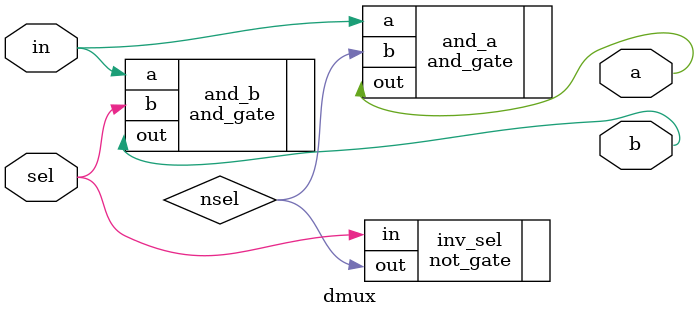
<source format=v>
`timescale 1ns / 1ps

module dmux (
    input  wire in,   // entrée unique
    input  wire sel,  // sélecteur (0 → a, 1 → b)
    output wire a,    // sortie 0
    output wire b     // sortie 1
);
    // ¬sel
    wire nsel;
    not_gate inv_sel (.in(sel), .out(nsel));

    // a = in & ¬sel
    and_gate and_a (.a(in), .b(nsel), .out(a));

    // b = in &  sel
    and_gate and_b (.a(in), .b(sel),  .out(b));
endmodule

</source>
